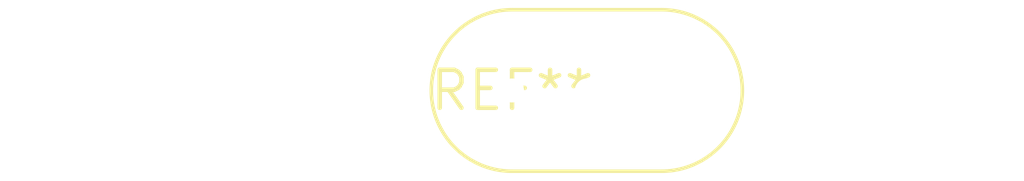
<source format=kicad_pcb>
(kicad_pcb (version 20240108) (generator pcbnew)
  (layers (0 "F.Cu" signal) (31 "B.Cu" signal) (34 "B.Paste" user) (35 "F.Paste" user) (36 "B.SilkS" user "B.Silkscreen") (37 "F.SilkS" user "F.Silkscreen") (38 "B.Mask" user) (39 "F.Mask" user) (44 "Edge.Cuts" user))
  (net 0 "")
  (footprint "Resonator-3Pin_W10.0mm_H5.0mm" (layer "F.Cu") (at 0 0)
    (property "Reference" "REF**")
    (property "Value" "Resonator-3Pin_W10.0mm_H5.0mm")
    (fp_line (start 0 -2.7) (end 5 -2.7) (layer "F.SilkS") (stroke (width 0.12)))
    (fp_line (start 0 2.7) (end 5 2.7) (layer "F.SilkS") (stroke (width 0.12)))
    (fp_arc (start 0 2.7) (mid -2.7 0) (end 0 -2.7) (layer "F.SilkS") (stroke (width 0.12)))
    (fp_arc (start 5 -2.7) (mid 7.7 0) (end 5 2.7) (layer "F.SilkS") (stroke (width 0.12)))
    (pad "1" thru_hole circle (at 0 0) (size 1.5 1.5) (drill 0.8) (layers *.Cu *.Mask) (remove_unused_layers))
    (pad "2" thru_hole circle (at 2.5 0) (size 1.5 1.5) (drill 0.8) (layers *.Cu *.Mask) (remove_unused_layers))
    (pad "3" thru_hole circle (at 5 0) (size 1.5 1.5) (drill 0.8) (layers *.Cu *.Mask) (remove_unused_layers))
  )
)
</source>
